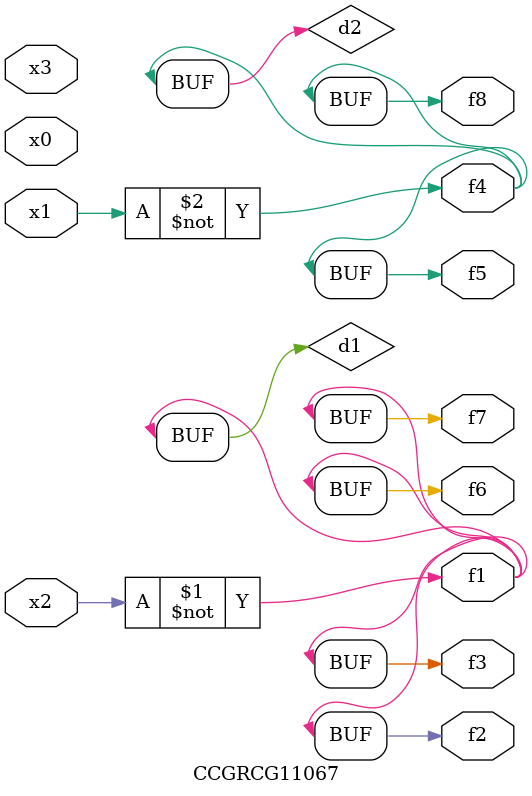
<source format=v>
module CCGRCG11067(
	input x0, x1, x2, x3,
	output f1, f2, f3, f4, f5, f6, f7, f8
);

	wire d1, d2;

	xnor (d1, x2);
	not (d2, x1);
	assign f1 = d1;
	assign f2 = d1;
	assign f3 = d1;
	assign f4 = d2;
	assign f5 = d2;
	assign f6 = d1;
	assign f7 = d1;
	assign f8 = d2;
endmodule

</source>
